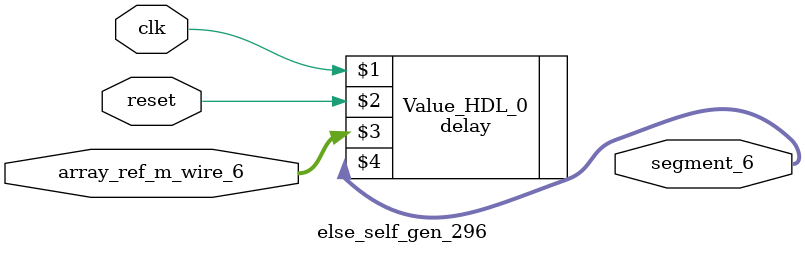
<source format=v>
module else_self_gen_296( input clk, input reset, input [31:0]array_ref_m_wire_6, output [31:0]segment_6); 
	wire [31:0]segment_6;
	//Proceed with segment_6 = array_ref_m_wire_6
	delay Value_HDL_0 ( clk, reset, array_ref_m_wire_6, segment_6);
endmodule
</source>
